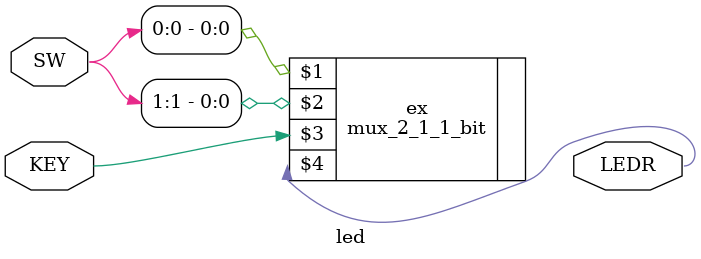
<source format=v>
module led(
	input [1:0] SW, input [0:0] KEY,
	output [0:0] LEDR);
	
	mux_2_1_1_bit ex(SW[0], SW[1], KEY[0], LEDR[0]);

endmodule
	
</source>
